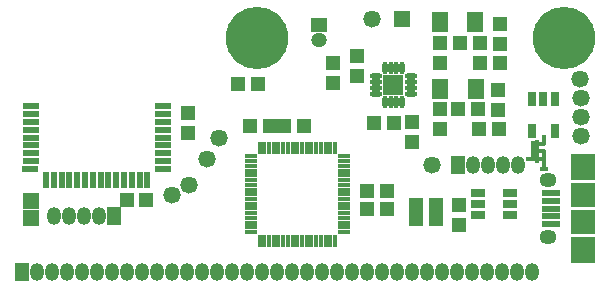
<source format=gbr>
G04 DipTrace 3.2.0.1*
G04 TopMask.gbr*
%MOIN*%
G04 #@! TF.FileFunction,Soldermask,Top*
G04 #@! TF.Part,Single*
%AMOUTLINE1*
4,1,7,
0.004,-0.006937,
-0.004929,-0.006937,
-0.018803,0.0,
-0.004929,0.006937,
0.004,0.006937,
0.013937,0.006937,
0.013937,-0.006937,
0.004,-0.006937,
0*%
%ADD79C,0.207874*%
%ADD97R,0.013874X0.037874*%
%ADD99R,0.013874X0.027874*%
%ADD101R,0.013874X0.067874*%
%ADD103R,0.027874X0.013874*%
%ADD105C,0.057874*%
%ADD107O,0.05315X0.049213*%
%ADD109R,0.05315X0.049213*%
%ADD111R,0.045276X0.047244*%
%ADD113R,0.041339X0.015748*%
%ADD115R,0.015748X0.041339*%
%ADD117R,0.057874X0.057874*%
%ADD119C,0.057874*%
%ADD121R,0.051181X0.047244*%
%ADD123R,0.066929X0.066929*%
%ADD125O,0.041339X0.019685*%
%ADD127O,0.019685X0.041339*%
%ADD129R,0.031496X0.051181*%
%ADD131O,0.047244X0.059055*%
%ADD133R,0.047244X0.059055*%
%ADD135R,0.047244X0.051181*%
%ADD137R,0.055118X0.070866*%
%ADD139R,0.051181X0.031496*%
%ADD141R,0.082677X0.07874*%
%ADD143R,0.061024X0.023622*%
%ADD145R,0.082677X0.086614*%
%ADD147O,0.057087X0.049213*%
%ADD149R,0.024016X0.055118*%
%ADD151R,0.05315X0.024016*%
%ADD153R,0.055118X0.024016*%
%ADD159OUTLINE1*%
%FSLAX26Y26*%
G04*
G70*
G90*
G75*
G01*
G04 TopMask*
%LPD*%
D153*
X905701Y989701D3*
Y963717D3*
Y937732D3*
Y911748D3*
Y885764D3*
Y859780D3*
Y833795D3*
Y807811D3*
D151*
X906488Y781827D3*
D149*
X854126Y743244D3*
X828142D3*
X802158D3*
X776173D3*
X750189D3*
X724205D3*
X698221D3*
X672236D3*
X646252D3*
X620268D3*
X594284D3*
X568299D3*
X542315D3*
X516331D3*
D151*
X463969Y781827D3*
D153*
X464756Y807811D3*
Y833795D3*
Y859780D3*
Y885764D3*
Y911748D3*
Y937732D3*
Y963717D3*
Y989701D3*
D147*
X2187701Y553701D3*
X2187692Y744646D3*
D145*
X2305811Y510394D3*
Y787953D3*
D143*
X2200299Y597992D3*
Y623583D3*
Y649173D3*
Y674764D3*
Y700355D3*
D141*
X2305614Y603780D3*
Y694370D3*
D139*
X2061701Y626701D3*
Y664103D3*
Y701504D3*
X1955402D3*
Y664103D3*
Y626701D3*
D137*
X1829701Y1046701D3*
X1947811D3*
D135*
X1892701Y659701D3*
Y592772D3*
D133*
X742701Y625701D3*
D131*
X692701D3*
X642701D3*
X592701D3*
X542701D3*
D129*
X2211701Y1013701D3*
X2174299D3*
X2136898D3*
Y907402D3*
X2211701D3*
D133*
X1889701Y793701D3*
D131*
X1939701D3*
X1989701D3*
X2039701D3*
X2089701D3*
D127*
X1644701Y1002701D3*
X1664386D3*
X1684071D3*
X1703756D3*
D125*
X1731315Y1030260D3*
Y1049945D3*
Y1069630D3*
Y1089315D3*
D127*
X1703756Y1116874D3*
X1684071D3*
X1664386D3*
X1644701D3*
D125*
X1617142Y1089315D3*
Y1069630D3*
Y1049945D3*
Y1030260D3*
D123*
X1674229Y1059788D3*
D135*
X1828701Y913701D3*
Y980630D3*
D121*
X1889701Y979701D3*
X1956630D3*
X2024701Y912701D3*
X1957772D3*
D135*
X2023701Y977701D3*
Y1044630D3*
D137*
X1828701Y1269701D3*
X1946811D3*
D135*
X1829701Y1133701D3*
Y1200630D3*
D121*
X1894701Y1200701D3*
X1961630D3*
X2028701Y1134701D3*
X1961772D3*
D135*
X2027701Y1198701D3*
Y1265630D3*
D121*
X1610701Y933701D3*
X1677630D3*
D135*
X1552701Y1156701D3*
Y1089772D3*
D119*
X1601701Y1279701D3*
D117*
X1701701D3*
D135*
X1472701Y1133701D3*
Y1066772D3*
D115*
X1227717Y541189D3*
X1243465D3*
X1259213D3*
X1274961D3*
X1290709D3*
X1306457D3*
X1322205D3*
X1337953D3*
X1353701D3*
X1369449D3*
X1385197D3*
X1400945D3*
X1416693D3*
X1432441D3*
X1448189D3*
X1463937D3*
X1479685D3*
D113*
X1509213Y570717D3*
Y586465D3*
Y602213D3*
Y617961D3*
Y633709D3*
Y649457D3*
Y665205D3*
Y680953D3*
Y696701D3*
Y712449D3*
Y728197D3*
Y743945D3*
Y759693D3*
Y775441D3*
Y791189D3*
Y806937D3*
Y822685D3*
D115*
X1479685Y852213D3*
X1463937D3*
X1448189D3*
X1432441D3*
X1416693D3*
X1400945D3*
X1385197D3*
X1369449D3*
X1353701D3*
X1337953D3*
X1322205D3*
X1306457D3*
X1290709D3*
X1274961D3*
X1259213D3*
X1243465D3*
X1227717D3*
D113*
X1198189Y822685D3*
Y806937D3*
Y791189D3*
Y775441D3*
Y759693D3*
Y743945D3*
Y728197D3*
Y712449D3*
Y696701D3*
Y680953D3*
Y665205D3*
Y649457D3*
Y633709D3*
Y617961D3*
Y602213D3*
Y586465D3*
Y570717D3*
D111*
X849701Y678701D3*
X786709D3*
D121*
X1653701Y706701D3*
X1586772D3*
X1309701Y922701D3*
X1376630D3*
X1653701Y646701D3*
X1586772D3*
X1750701Y614701D3*
X1817630D3*
X1750701Y661701D3*
X1817630D3*
D109*
X1426701Y1261701D3*
D107*
Y1212488D3*
D133*
X434701Y436701D3*
D131*
X484701D3*
X534701D3*
X584701D3*
X634701D3*
X684701D3*
X734701D3*
X784701D3*
X834701D3*
X884701D3*
X934701D3*
X984701D3*
X1034701D3*
X1084701D3*
X1134701D3*
X1184701D3*
X1234701D3*
X1284701D3*
X1334701D3*
X1384701D3*
X1434701D3*
X1484701D3*
X1534701D3*
X1584701D3*
X1634701D3*
X1684701D3*
X1734701D3*
X1784701D3*
X1834701D3*
X1884701D3*
X1934701D3*
X1984701D3*
X2034701D3*
X2084701D3*
X2134701D3*
D121*
X1195701Y922701D3*
X1262630D3*
D135*
X990236Y901236D3*
Y968166D3*
D121*
X1222701Y1063701D3*
X1155772D3*
D135*
X1735701Y871701D3*
Y938630D3*
D117*
X466701Y675701D3*
Y618701D3*
D105*
X1092701Y883701D3*
X1052701Y815701D3*
X935701Y692701D3*
X993701Y727701D3*
X2298701Y952701D3*
X2299701Y891701D3*
X2297701Y1017701D3*
X2296701Y1081701D3*
X1801701Y792701D3*
D103*
X2127701Y813701D3*
D101*
X2140512Y840575D3*
D99*
X2151449Y813638D3*
D103*
X2164449D3*
D99*
X2151449Y839638D3*
Y865638D3*
D159*
X2164449Y839638D3*
D103*
Y865638D3*
D101*
X2177512Y812575D3*
D103*
X2177449Y779638D3*
D97*
X2177512Y877575D3*
D79*
X2243701Y1218701D3*
X1218701D3*
M02*

</source>
